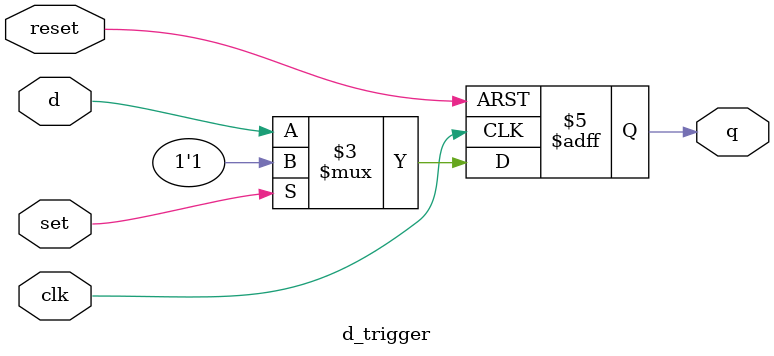
<source format=sv>
module d_trigger(input  logic clk,
                    input  logic reset, set,
						  input  logic d,
                    output logic  q);

  always_ff @(posedge clk, posedge reset)
    if (reset) q = 0;
    else if(set) q = 1;
	 else q = d;
 
endmodule
</source>
